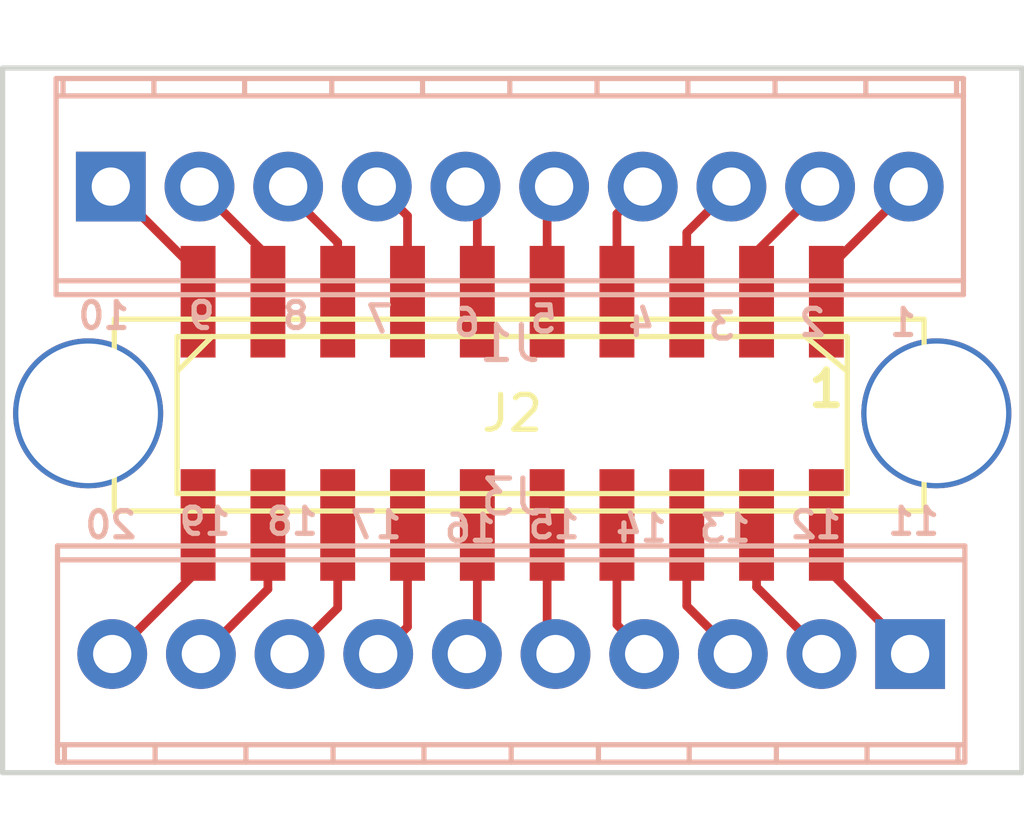
<source format=kicad_pcb>
(kicad_pcb (version 4) (host pcbnew 4.0.6)

  (general
    (links 20)
    (no_connects 0)
    (area 141.224999 98.72412 170.575001 123.17588)
    (thickness 1.6)
    (drawings 26)
    (tracks 46)
    (zones 0)
    (modules 3)
    (nets 21)
  )

  (page A4)
  (layers
    (0 F.Cu signal)
    (31 B.Cu signal)
    (32 B.Adhes user)
    (33 F.Adhes user)
    (34 B.Paste user)
    (35 F.Paste user)
    (36 B.SilkS user)
    (37 F.SilkS user)
    (38 B.Mask user)
    (39 F.Mask user)
    (40 Dwgs.User user)
    (41 Cmts.User user)
    (42 Eco1.User user)
    (43 Eco2.User user)
    (44 Edge.Cuts user)
    (45 Margin user)
    (46 B.CrtYd user)
    (47 F.CrtYd user)
    (48 B.Fab user)
    (49 F.Fab user)
  )

  (setup
    (last_trace_width 0.25)
    (trace_clearance 0.2)
    (zone_clearance 0.508)
    (zone_45_only no)
    (trace_min 0.2)
    (segment_width 0.2)
    (edge_width 0.15)
    (via_size 0.6)
    (via_drill 0.4)
    (via_min_size 0.4)
    (via_min_drill 0.3)
    (user_via 4.3 4)
    (uvia_size 0.3)
    (uvia_drill 0.1)
    (uvias_allowed no)
    (uvia_min_size 0.2)
    (uvia_min_drill 0.1)
    (pcb_text_width 0.3)
    (pcb_text_size 1.5 1.5)
    (mod_edge_width 0.15)
    (mod_text_size 1 1)
    (mod_text_width 0.15)
    (pad_size 4.3 4.3)
    (pad_drill 4)
    (pad_to_mask_clearance 0.2)
    (aux_axis_origin 0 0)
    (visible_elements 7FFFFFFF)
    (pcbplotparams
      (layerselection 0x00030_80000001)
      (usegerberextensions false)
      (excludeedgelayer true)
      (linewidth 0.100000)
      (plotframeref false)
      (viasonmask false)
      (mode 1)
      (useauxorigin false)
      (hpglpennumber 1)
      (hpglpenspeed 20)
      (hpglpendiameter 15)
      (hpglpenoverlay 2)
      (psnegative false)
      (psa4output false)
      (plotreference true)
      (plotvalue true)
      (plotinvisibletext false)
      (padsonsilk false)
      (subtractmaskfromsilk false)
      (outputformat 1)
      (mirror false)
      (drillshape 1)
      (scaleselection 1)
      (outputdirectory ""))
  )

  (net 0 "")
  (net 1 "Net-(J1-Pad4)")
  (net 2 "Net-(J1-Pad1)")
  (net 3 "Net-(J1-Pad2)")
  (net 4 "Net-(J1-Pad3)")
  (net 5 "Net-(J1-Pad5)")
  (net 6 "Net-(J1-Pad6)")
  (net 7 "Net-(J1-Pad7)")
  (net 8 "Net-(J1-Pad8)")
  (net 9 "Net-(J1-Pad9)")
  (net 10 "Net-(J1-Pad10)")
  (net 11 "Net-(J2-Pad20)")
  (net 12 "Net-(J2-Pad18)")
  (net 13 "Net-(J2-Pad16)")
  (net 14 "Net-(J2-Pad14)")
  (net 15 "Net-(J2-Pad12)")
  (net 16 "Net-(J2-Pad19)")
  (net 17 "Net-(J2-Pad17)")
  (net 18 "Net-(J2-Pad15)")
  (net 19 "Net-(J2-Pad13)")
  (net 20 "Net-(J2-Pad11)")

  (net_class Default "This is the default net class."
    (clearance 0.2)
    (trace_width 0.25)
    (via_dia 0.6)
    (via_drill 0.4)
    (uvia_dia 0.3)
    (uvia_drill 0.1)
    (add_net "Net-(J1-Pad1)")
    (add_net "Net-(J1-Pad10)")
    (add_net "Net-(J1-Pad2)")
    (add_net "Net-(J1-Pad3)")
    (add_net "Net-(J1-Pad4)")
    (add_net "Net-(J1-Pad5)")
    (add_net "Net-(J1-Pad6)")
    (add_net "Net-(J1-Pad7)")
    (add_net "Net-(J1-Pad8)")
    (add_net "Net-(J1-Pad9)")
    (add_net "Net-(J2-Pad11)")
    (add_net "Net-(J2-Pad12)")
    (add_net "Net-(J2-Pad13)")
    (add_net "Net-(J2-Pad14)")
    (add_net "Net-(J2-Pad15)")
    (add_net "Net-(J2-Pad16)")
    (add_net "Net-(J2-Pad17)")
    (add_net "Net-(J2-Pad18)")
    (add_net "Net-(J2-Pad19)")
    (add_net "Net-(J2-Pad20)")
  )

  (module Connectors_Terminal_Blocks:TerminalBlock_Pheonix_MPT-2.54mm_10pol (layer B.Cu) (tedit 55B5B0C6) (tstamp 598B5EBA)
    (at 167.3 117.6 180)
    (descr "10-way 2.54mm pitch terminal block, Phoenix MPT series")
    (path /598B4CC9)
    (fp_text reference J3 (at 11.43 4.50088 180) (layer B.SilkS)
      (effects (font (size 1 1) (thickness 0.15)) (justify mirror))
    )
    (fp_text value Screw_Terminal_1x10 (at 11.43 -4.50088 180) (layer B.Fab)
      (effects (font (size 1 1) (thickness 0.15)) (justify mirror))
    )
    (fp_line (start -1.8 3.3) (end 24.6 3.3) (layer B.CrtYd) (width 0.05))
    (fp_line (start -1.8 -3.3) (end -1.8 3.3) (layer B.CrtYd) (width 0.05))
    (fp_line (start 24.6 -3.3) (end -1.8 -3.3) (layer B.CrtYd) (width 0.05))
    (fp_line (start 24.6 3.3) (end 24.6 -3.3) (layer B.CrtYd) (width 0.05))
    (fp_line (start 11.43 -2.60096) (end 11.43 -3.0988) (layer B.SilkS) (width 0.15))
    (fp_line (start 24.42972 2.70002) (end -1.56972 2.70002) (layer B.SilkS) (width 0.15))
    (fp_line (start -1.56972 3.0988) (end 24.42972 3.0988) (layer B.SilkS) (width 0.15))
    (fp_line (start 24.42972 -2.60096) (end -1.56972 -2.60096) (layer B.SilkS) (width 0.15))
    (fp_line (start -1.56972 -3.0988) (end 24.42972 -3.0988) (layer B.SilkS) (width 0.15))
    (fp_line (start 8.93064 -2.60096) (end 8.93064 -3.0988) (layer B.SilkS) (width 0.15))
    (fp_line (start 13.92936 -2.60096) (end 13.92936 -3.0988) (layer B.SilkS) (width 0.15))
    (fp_line (start 21.63064 -2.60096) (end 21.63064 -3.0988) (layer B.SilkS) (width 0.15))
    (fp_line (start 19.02968 -2.60096) (end 19.02968 -3.0988) (layer B.SilkS) (width 0.15))
    (fp_line (start 16.53286 -2.60096) (end 16.53286 -3.0988) (layer B.SilkS) (width 0.15))
    (fp_line (start 6.32968 -2.60096) (end 6.32968 -3.0988) (layer B.SilkS) (width 0.15))
    (fp_line (start 3.83286 -2.60096) (end 3.83286 -3.0988) (layer B.SilkS) (width 0.15))
    (fp_line (start -1.36906 -3.0988) (end -1.36906 -2.60096) (layer B.SilkS) (width 0.15))
    (fp_line (start 24.22906 -2.60096) (end 24.22906 -3.0988) (layer B.SilkS) (width 0.15))
    (fp_line (start 1.23444 -3.0988) (end 1.23444 -2.60096) (layer B.SilkS) (width 0.15))
    (fp_line (start 24.42718 -3.0988) (end 24.42718 3.0988) (layer B.SilkS) (width 0.15))
    (fp_line (start -1.56718 3.0988) (end -1.56718 -3.0988) (layer B.SilkS) (width 0.15))
    (pad 4 thru_hole oval (at 7.62 0) (size 1.99898 1.99898) (drill 1.09728) (layers *.Cu *.Mask)
      (net 14 "Net-(J2-Pad14)"))
    (pad 1 thru_hole rect (at 0 0) (size 1.99898 1.99898) (drill 1.09728) (layers *.Cu *.Mask)
      (net 20 "Net-(J2-Pad11)"))
    (pad 2 thru_hole oval (at 2.54 0) (size 1.99898 1.99898) (drill 1.09728) (layers *.Cu *.Mask)
      (net 15 "Net-(J2-Pad12)"))
    (pad 3 thru_hole oval (at 5.08 0) (size 1.99898 1.99898) (drill 1.09728) (layers *.Cu *.Mask)
      (net 19 "Net-(J2-Pad13)"))
    (pad 5 thru_hole oval (at 10.16 0) (size 1.99898 1.99898) (drill 1.09728) (layers *.Cu *.Mask)
      (net 18 "Net-(J2-Pad15)"))
    (pad 6 thru_hole oval (at 12.7 0) (size 1.99898 1.99898) (drill 1.09728) (layers *.Cu *.Mask)
      (net 13 "Net-(J2-Pad16)"))
    (pad 7 thru_hole oval (at 15.24 0) (size 1.99898 1.99898) (drill 1.09728) (layers *.Cu *.Mask)
      (net 17 "Net-(J2-Pad17)"))
    (pad 8 thru_hole oval (at 17.78 0) (size 1.99898 1.99898) (drill 1.09728) (layers *.Cu *.Mask)
      (net 12 "Net-(J2-Pad18)"))
    (pad 9 thru_hole oval (at 20.32 0) (size 1.99898 1.99898) (drill 1.09728) (layers *.Cu *.Mask)
      (net 16 "Net-(J2-Pad19)"))
    (pad 10 thru_hole oval (at 22.86 0) (size 1.99898 1.99898) (drill 1.09728) (layers *.Cu *.Mask)
      (net 11 "Net-(J2-Pad20)"))
    (model Terminal_Blocks.3dshapes/TerminalBlock_Pheonix_MPT-2.54mm_10pol.wrl
      (at (xyz 0.45 0 0))
      (scale (xyz 1 1 1))
      (rotate (xyz 0 0 0))
    )
  )

  (module Connectors_Terminal_Blocks:TerminalBlock_Pheonix_MPT-2.54mm_10pol (layer B.Cu) (tedit 55B5B0C6) (tstamp 598B5E88)
    (at 144.4 104.2)
    (descr "10-way 2.54mm pitch terminal block, Phoenix MPT series")
    (path /598B4C66)
    (fp_text reference J1 (at 11.43 4.50088) (layer B.SilkS)
      (effects (font (size 1 1) (thickness 0.15)) (justify mirror))
    )
    (fp_text value Screw_Terminal_1x10 (at 11.43 -4.50088) (layer B.Fab)
      (effects (font (size 1 1) (thickness 0.15)) (justify mirror))
    )
    (fp_line (start -1.8 3.3) (end 24.6 3.3) (layer B.CrtYd) (width 0.05))
    (fp_line (start -1.8 -3.3) (end -1.8 3.3) (layer B.CrtYd) (width 0.05))
    (fp_line (start 24.6 -3.3) (end -1.8 -3.3) (layer B.CrtYd) (width 0.05))
    (fp_line (start 24.6 3.3) (end 24.6 -3.3) (layer B.CrtYd) (width 0.05))
    (fp_line (start 11.43 -2.60096) (end 11.43 -3.0988) (layer B.SilkS) (width 0.15))
    (fp_line (start 24.42972 2.70002) (end -1.56972 2.70002) (layer B.SilkS) (width 0.15))
    (fp_line (start -1.56972 3.0988) (end 24.42972 3.0988) (layer B.SilkS) (width 0.15))
    (fp_line (start 24.42972 -2.60096) (end -1.56972 -2.60096) (layer B.SilkS) (width 0.15))
    (fp_line (start -1.56972 -3.0988) (end 24.42972 -3.0988) (layer B.SilkS) (width 0.15))
    (fp_line (start 8.93064 -2.60096) (end 8.93064 -3.0988) (layer B.SilkS) (width 0.15))
    (fp_line (start 13.92936 -2.60096) (end 13.92936 -3.0988) (layer B.SilkS) (width 0.15))
    (fp_line (start 21.63064 -2.60096) (end 21.63064 -3.0988) (layer B.SilkS) (width 0.15))
    (fp_line (start 19.02968 -2.60096) (end 19.02968 -3.0988) (layer B.SilkS) (width 0.15))
    (fp_line (start 16.53286 -2.60096) (end 16.53286 -3.0988) (layer B.SilkS) (width 0.15))
    (fp_line (start 6.32968 -2.60096) (end 6.32968 -3.0988) (layer B.SilkS) (width 0.15))
    (fp_line (start 3.83286 -2.60096) (end 3.83286 -3.0988) (layer B.SilkS) (width 0.15))
    (fp_line (start -1.36906 -3.0988) (end -1.36906 -2.60096) (layer B.SilkS) (width 0.15))
    (fp_line (start 24.22906 -2.60096) (end 24.22906 -3.0988) (layer B.SilkS) (width 0.15))
    (fp_line (start 1.23444 -3.0988) (end 1.23444 -2.60096) (layer B.SilkS) (width 0.15))
    (fp_line (start 24.42718 -3.0988) (end 24.42718 3.0988) (layer B.SilkS) (width 0.15))
    (fp_line (start -1.56718 3.0988) (end -1.56718 -3.0988) (layer B.SilkS) (width 0.15))
    (pad 4 thru_hole oval (at 7.62 0 180) (size 1.99898 1.99898) (drill 1.09728) (layers *.Cu *.Mask)
      (net 1 "Net-(J1-Pad4)"))
    (pad 1 thru_hole rect (at 0 0 180) (size 1.99898 1.99898) (drill 1.09728) (layers *.Cu *.Mask)
      (net 2 "Net-(J1-Pad1)"))
    (pad 2 thru_hole oval (at 2.54 0 180) (size 1.99898 1.99898) (drill 1.09728) (layers *.Cu *.Mask)
      (net 3 "Net-(J1-Pad2)"))
    (pad 3 thru_hole oval (at 5.08 0 180) (size 1.99898 1.99898) (drill 1.09728) (layers *.Cu *.Mask)
      (net 4 "Net-(J1-Pad3)"))
    (pad 5 thru_hole oval (at 10.16 0 180) (size 1.99898 1.99898) (drill 1.09728) (layers *.Cu *.Mask)
      (net 5 "Net-(J1-Pad5)"))
    (pad 6 thru_hole oval (at 12.7 0 180) (size 1.99898 1.99898) (drill 1.09728) (layers *.Cu *.Mask)
      (net 6 "Net-(J1-Pad6)"))
    (pad 7 thru_hole oval (at 15.24 0 180) (size 1.99898 1.99898) (drill 1.09728) (layers *.Cu *.Mask)
      (net 7 "Net-(J1-Pad7)"))
    (pad 8 thru_hole oval (at 17.78 0 180) (size 1.99898 1.99898) (drill 1.09728) (layers *.Cu *.Mask)
      (net 8 "Net-(J1-Pad8)"))
    (pad 9 thru_hole oval (at 20.32 0 180) (size 1.99898 1.99898) (drill 1.09728) (layers *.Cu *.Mask)
      (net 9 "Net-(J1-Pad9)"))
    (pad 10 thru_hole oval (at 22.86 0 180) (size 1.99898 1.99898) (drill 1.09728) (layers *.Cu *.Mask)
      (net 10 "Net-(J1-Pad10)"))
    (model Terminal_Blocks.3dshapes/TerminalBlock_Pheonix_MPT-2.54mm_10pol.wrl
      (at (xyz 0.45 0 0))
      (scale (xyz 1 1 1))
      (rotate (xyz 0 0 0))
    )
  )

  (module MyConnectors:Harwin_M80-Female-20Pin (layer F.Cu) (tedit 598B6685) (tstamp 598B5EAC)
    (at 146.9 110.7)
    (path /598B5EF8)
    (fp_text reference J2 (at 9 0) (layer F.SilkS)
      (effects (font (size 1 1) (thickness 0.15)))
    )
    (fp_text value CONN_01X20 (at 7.7 -5.6) (layer F.Fab) hide
      (effects (font (size 1 1) (thickness 0.15)))
    )
    (fp_line (start 18.6 -1.2) (end 17.4 -2.2) (layer F.SilkS) (width 0.15))
    (fp_line (start -0.6 -1.2) (end 0.4 -2.2) (layer F.SilkS) (width 0.15))
    (fp_line (start -0.6 2.3) (end -0.6 -2.2) (layer F.SilkS) (width 0.15))
    (fp_line (start -0.6 -2.2) (end 18.6 -2.2) (layer F.SilkS) (width 0.15))
    (fp_line (start 18.6 -2.2) (end 18.6 2.3) (layer F.SilkS) (width 0.15))
    (fp_line (start -2.4 -2.7) (end -2.4 2.75) (layer F.SilkS) (width 0.15))
    (fp_line (start -2.4 -2.7) (end 20.75 -2.7) (layer F.SilkS) (width 0.15))
    (fp_line (start 20.8 -2.7) (end 20.8 2.75) (layer F.SilkS) (width 0.15))
    (fp_line (start -0.6 2.3) (end 18.6 2.3) (layer F.SilkS) (width 0.15))
    (fp_line (start -2.4 2.8) (end 20.75 2.8) (layer F.SilkS) (width 0.15))
    (pad "" np_thru_hole circle (at 21.15 0) (size 4.3 4.3) (drill 4) (layers *.Cu *.Mask))
    (pad 20 smd rect (at 0 3.2) (size 1 3.2) (layers F.Cu F.Paste F.Mask)
      (net 11 "Net-(J2-Pad20)"))
    (pad 19 smd rect (at 2 3.2) (size 1 3.2) (layers F.Cu F.Paste F.Mask)
      (net 16 "Net-(J2-Pad19)"))
    (pad 18 smd rect (at 4 3.2) (size 1 3.2) (layers F.Cu F.Paste F.Mask)
      (net 12 "Net-(J2-Pad18)"))
    (pad 17 smd rect (at 6 3.2) (size 1 3.2) (layers F.Cu F.Paste F.Mask)
      (net 17 "Net-(J2-Pad17)"))
    (pad 16 smd rect (at 8 3.2) (size 1 3.2) (layers F.Cu F.Paste F.Mask)
      (net 13 "Net-(J2-Pad16)"))
    (pad 15 smd rect (at 10 3.2) (size 1 3.2) (layers F.Cu F.Paste F.Mask)
      (net 18 "Net-(J2-Pad15)"))
    (pad 14 smd rect (at 12 3.2) (size 1 3.2) (layers F.Cu F.Paste F.Mask)
      (net 14 "Net-(J2-Pad14)"))
    (pad 13 smd rect (at 14 3.2) (size 1 3.2) (layers F.Cu F.Paste F.Mask)
      (net 19 "Net-(J2-Pad13)"))
    (pad 12 smd rect (at 16 3.2) (size 1 3.2) (layers F.Cu F.Paste F.Mask)
      (net 15 "Net-(J2-Pad12)"))
    (pad 11 smd rect (at 18 3.2) (size 1 3.2) (layers F.Cu F.Paste F.Mask)
      (net 20 "Net-(J2-Pad11)"))
    (pad 10 smd rect (at 0 -3.2) (size 1 3.2) (layers F.Cu F.Paste F.Mask)
      (net 2 "Net-(J1-Pad1)"))
    (pad 9 smd rect (at 2 -3.2) (size 1 3.2) (layers F.Cu F.Paste F.Mask)
      (net 3 "Net-(J1-Pad2)"))
    (pad 8 smd rect (at 4 -3.2) (size 1 3.2) (layers F.Cu F.Paste F.Mask)
      (net 4 "Net-(J1-Pad3)"))
    (pad 7 smd rect (at 6 -3.2) (size 1 3.2) (layers F.Cu F.Paste F.Mask)
      (net 1 "Net-(J1-Pad4)"))
    (pad 6 smd rect (at 8 -3.2) (size 1 3.2) (layers F.Cu F.Paste F.Mask)
      (net 5 "Net-(J1-Pad5)"))
    (pad 5 smd rect (at 10 -3.2) (size 1 3.2) (layers F.Cu F.Paste F.Mask)
      (net 6 "Net-(J1-Pad6)"))
    (pad 4 smd rect (at 12 -3.2) (size 1 3.2) (layers F.Cu F.Paste F.Mask)
      (net 7 "Net-(J1-Pad7)"))
    (pad 3 smd rect (at 14 -3.2) (size 1 3.2) (layers F.Cu F.Paste F.Mask)
      (net 8 "Net-(J1-Pad8)"))
    (pad 2 smd rect (at 16 -3.2) (size 1 3.2) (layers F.Cu F.Paste F.Mask)
      (net 9 "Net-(J1-Pad9)"))
    (pad 1 smd rect (at 18 -3.2) (size 1 3.2) (layers F.Cu F.Paste F.Mask)
      (net 10 "Net-(J1-Pad10)"))
    (pad "" np_thru_hole circle (at -3.15 0) (size 4.3 4.3) (drill 4) (layers *.Cu *.Mask))
  )

  (gr_text 20 (at 144.4 113.9) (layer B.SilkS)
    (effects (font (size 0.75 0.75) (thickness 0.15)) (justify mirror))
  )
  (gr_text 19 (at 147.1 113.8) (layer B.SilkS)
    (effects (font (size 0.75 0.75) (thickness 0.15)) (justify mirror))
  )
  (gr_text 18 (at 149.6 113.8) (layer B.SilkS)
    (effects (font (size 0.75 0.75) (thickness 0.15)) (justify mirror))
  )
  (gr_text 17 (at 152 113.9) (layer B.SilkS)
    (effects (font (size 0.75 0.75) (thickness 0.15)) (justify mirror))
  )
  (gr_text 16 (at 154.7 114) (layer B.SilkS)
    (effects (font (size 0.75 0.75) (thickness 0.15)) (justify mirror))
  )
  (gr_text 15 (at 157.1 113.9) (layer B.SilkS)
    (effects (font (size 0.75 0.75) (thickness 0.15)) (justify mirror))
  )
  (gr_text 14 (at 159.6 114) (layer B.SilkS)
    (effects (font (size 0.75 0.75) (thickness 0.15)) (justify mirror))
  )
  (gr_text 13 (at 162 114) (layer B.SilkS)
    (effects (font (size 0.75 0.75) (thickness 0.15)) (justify mirror))
  )
  (gr_text 12 (at 164.6 113.9) (layer B.SilkS)
    (effects (font (size 0.75 0.75) (thickness 0.15)) (justify mirror))
  )
  (gr_text 11 (at 167.4 113.8) (layer B.SilkS)
    (effects (font (size 0.75 0.75) (thickness 0.15)) (justify mirror))
  )
  (gr_text 10 (at 144.2 107.9) (layer B.SilkS)
    (effects (font (size 0.75 0.75) (thickness 0.15)) (justify mirror))
  )
  (gr_text 9 (at 147 107.9) (layer B.SilkS)
    (effects (font (size 0.75 0.75) (thickness 0.15)) (justify mirror))
  )
  (gr_text 8 (at 149.7 107.9) (layer B.SilkS)
    (effects (font (size 0.75 0.75) (thickness 0.15)) (justify mirror))
  )
  (gr_text 7 (at 152.1 108) (layer B.SilkS)
    (effects (font (size 0.75 0.75) (thickness 0.15)) (justify mirror))
  )
  (gr_text 6 (at 154.6 108.1) (layer B.SilkS)
    (effects (font (size 0.75 0.75) (thickness 0.15)) (justify mirror))
  )
  (gr_text 5 (at 156.8 108) (layer B.SilkS)
    (effects (font (size 0.75 0.75) (thickness 0.15)) (justify mirror))
  )
  (gr_text 4 (at 159.6 108.1) (layer B.SilkS)
    (effects (font (size 0.75 0.75) (thickness 0.15)) (justify mirror))
  )
  (gr_text 3 (at 161.9 108.2) (layer B.SilkS)
    (effects (font (size 0.75 0.75) (thickness 0.15)) (justify mirror))
  )
  (gr_text 2 (at 164.5 108.1) (layer B.SilkS)
    (effects (font (size 0.75 0.75) (thickness 0.15)) (justify mirror))
  )
  (gr_text 1 (at 167.1 108.1) (layer B.SilkS)
    (effects (font (size 0.75 0.75) (thickness 0.15)) (justify mirror))
  )
  (gr_text 1 (at 164.9 110) (layer F.SilkS)
    (effects (font (size 1 1) (thickness 0.2)))
  )
  (gr_line (start 141.3 121) (end 141.3 110.8) (angle 90) (layer Edge.Cuts) (width 0.15))
  (gr_line (start 170.5 121) (end 141.3 121) (angle 90) (layer Edge.Cuts) (width 0.15))
  (gr_line (start 170.5 100.8) (end 170.5 121) (angle 90) (layer Edge.Cuts) (width 0.15))
  (gr_line (start 141.3 100.8) (end 170.5 100.8) (angle 90) (layer Edge.Cuts) (width 0.15))
  (gr_line (start 141.3 110.8) (end 141.3 100.8) (angle 90) (layer Edge.Cuts) (width 0.15))

  (segment (start 152.9 107.5) (end 152.9 105.04) (width 0.25) (layer F.Cu) (net 1))
  (segment (start 152.9 105.04) (end 152.06 104.2) (width 0.25) (layer F.Cu) (net 1) (tstamp 598B6008))
  (segment (start 146.9 107.5) (end 146.9 106.66) (width 0.25) (layer F.Cu) (net 2))
  (segment (start 146.9 106.66) (end 144.44 104.2) (width 0.25) (layer F.Cu) (net 2) (tstamp 598B5FFB))
  (segment (start 148.9 106.2) (end 148.9 107.5) (width 0.25) (layer F.Cu) (net 3) (tstamp 598B5FFF))
  (segment (start 146.98 104.2) (end 146.98 104.28) (width 0.25) (layer F.Cu) (net 3))
  (segment (start 146.98 104.28) (end 148.9 106.2) (width 0.25) (layer F.Cu) (net 3) (tstamp 598B5FFE))
  (segment (start 150.9 105.8) (end 150.9 107.5) (width 0.25) (layer F.Cu) (net 4) (tstamp 598B6004))
  (segment (start 149.52 104.2) (end 149.52 104.42) (width 0.25) (layer F.Cu) (net 4))
  (segment (start 149.52 104.42) (end 150.9 105.8) (width 0.25) (layer F.Cu) (net 4) (tstamp 598B6003))
  (segment (start 154.9 107.5) (end 154.9 104.5) (width 0.25) (layer F.Cu) (net 5))
  (segment (start 154.9 104.5) (end 154.6 104.2) (width 0.25) (layer F.Cu) (net 5) (tstamp 598B600B))
  (segment (start 156.9 104.44) (end 157.14 104.2) (width 0.25) (layer F.Cu) (net 6) (tstamp 598B600E))
  (segment (start 156.9 107.5) (end 156.9 104.44) (width 0.25) (layer F.Cu) (net 6))
  (segment (start 158.9 104.98) (end 159.68 104.2) (width 0.25) (layer F.Cu) (net 7) (tstamp 598B6011))
  (segment (start 158.9 107.5) (end 158.9 104.98) (width 0.25) (layer F.Cu) (net 7))
  (segment (start 160.9 105.52) (end 162.22 104.2) (width 0.25) (layer F.Cu) (net 8) (tstamp 598B6014))
  (segment (start 160.9 107.5) (end 160.9 105.52) (width 0.25) (layer F.Cu) (net 8))
  (segment (start 162.9 107.5) (end 162.9 106.06) (width 0.25) (layer F.Cu) (net 9))
  (segment (start 162.9 106.06) (end 164.76 104.2) (width 0.25) (layer F.Cu) (net 9) (tstamp 598B6018))
  (segment (start 164.9 107.5) (end 164.9 106.6) (width 0.25) (layer F.Cu) (net 10))
  (segment (start 164.9 106.6) (end 167.3 104.2) (width 0.25) (layer F.Cu) (net 10) (tstamp 598B601C))
  (segment (start 146.9 113.9) (end 146.9 115.2) (width 0.25) (layer F.Cu) (net 11))
  (segment (start 146.9 113.9) (end 146.9 114.74) (width 0.25) (layer F.Cu) (net 11))
  (segment (start 146.9 115.2) (end 144.5 117.6) (width 0.25) (layer F.Cu) (net 11) (tstamp 598B6099) (status 20))
  (segment (start 150.9 113.9) (end 150.9 116.28) (width 0.25) (layer F.Cu) (net 12))
  (segment (start 150.9 116.28) (end 149.58 117.6) (width 0.25) (layer F.Cu) (net 12) (tstamp 598B60A1) (status 20))
  (segment (start 154.9 113.9) (end 154.9 117.36) (width 0.25) (layer F.Cu) (net 13) (status 20))
  (segment (start 154.9 117.36) (end 154.66 117.6) (width 0.25) (layer F.Cu) (net 13) (tstamp 598B60A8) (status 30))
  (segment (start 158.9 113.9) (end 158.9 116.76) (width 0.25) (layer F.Cu) (net 14))
  (segment (start 158.9 116.76) (end 159.74 117.6) (width 0.25) (layer F.Cu) (net 14) (tstamp 598B60AE) (status 20))
  (segment (start 162.9 113.9) (end 162.9 115.68) (width 0.25) (layer F.Cu) (net 15))
  (segment (start 162.9 113.9) (end 162.9 115.34) (width 0.25) (layer F.Cu) (net 15))
  (segment (start 162.9 115.68) (end 164.82 117.6) (width 0.25) (layer F.Cu) (net 15) (tstamp 598B60B5) (status 20))
  (segment (start 148.9 115.74) (end 147.04 117.6) (width 0.25) (layer F.Cu) (net 16) (tstamp 598B609D) (status 20))
  (segment (start 148.9 113.9) (end 148.9 115.74) (width 0.25) (layer F.Cu) (net 16))
  (segment (start 148.9 113.9) (end 148.9 115.28) (width 0.25) (layer F.Cu) (net 16))
  (segment (start 152.9 116.82) (end 152.12 117.6) (width 0.25) (layer F.Cu) (net 17) (tstamp 598B60A5) (status 20))
  (segment (start 152.9 113.9) (end 152.9 116.82) (width 0.25) (layer F.Cu) (net 17))
  (segment (start 156.9 117.3) (end 157.2 117.6) (width 0.25) (layer F.Cu) (net 18) (tstamp 598B60AB) (status 30))
  (segment (start 156.9 113.9) (end 156.9 117.3) (width 0.25) (layer F.Cu) (net 18) (status 20))
  (segment (start 160.9 116.22) (end 162.28 117.6) (width 0.25) (layer F.Cu) (net 19) (tstamp 598B60B1) (status 20))
  (segment (start 160.9 113.9) (end 160.9 116.22) (width 0.25) (layer F.Cu) (net 19))
  (segment (start 164.9 113.9) (end 164.9 115.14) (width 0.25) (layer F.Cu) (net 20))
  (segment (start 164.9 115.14) (end 167.36 117.6) (width 0.25) (layer F.Cu) (net 20) (tstamp 598B60B9) (status 20))
  (segment (start 164.9 113.9) (end 164.9 114.8) (width 0.25) (layer F.Cu) (net 20))

)

</source>
